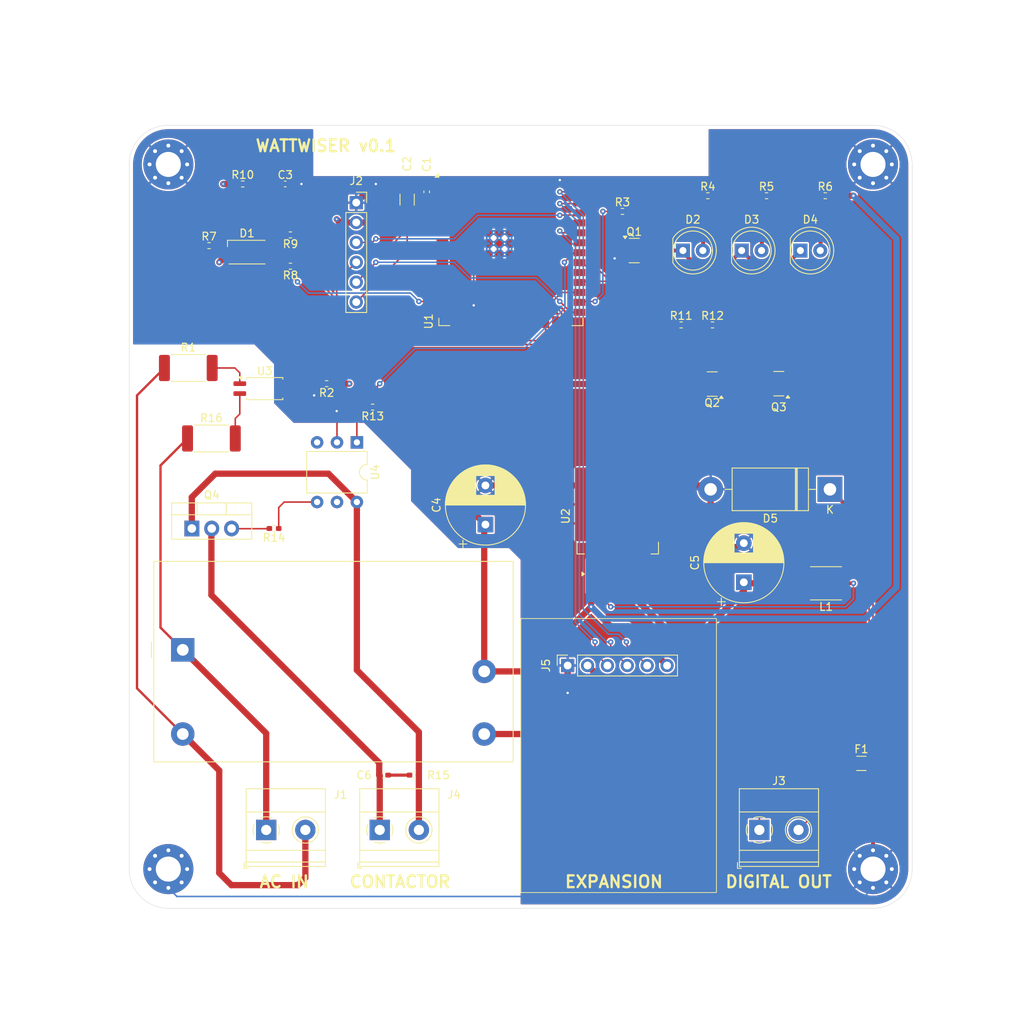
<source format=kicad_pcb>
(kicad_pcb (version 20240108) (generator "pcbnew") (generator_version "8.0")
  (layers (0 "F.Cu" signal) (1 "In1.Cu" signal) (2 "In2.Cu" signal) (31 "B.Cu" signal) (34 "B.Paste" user) (35 "F.Paste" user) (36 "B.SilkS" user "B.Silkscreen") (37 "F.SilkS" user "F.Silkscreen") (38 "B.Mask" user) (39 "F.Mask" user) (44 "Edge.Cuts" user))
  (net 0 "")
  (net 1 "GND")
  (net 2 "+3.3V")
  (net 3 "/EN")
  (net 4 "+5V")
  (net 5 "Net-(D1-RK)")
  (net 6 "Net-(D1-GK)")
  (net 7 "Net-(D1-BK)")
  (net 8 "Net-(D2-K)")
  (net 9 "Net-(D2-A)")
  (net 10 "Net-(D3-A)")
  (net 11 "Net-(D4-A)")
  (net 12 "Net-(D5-K)")
  (net 13 "NEUT")
  (net 14 "LINE")
  (net 15 "/RX")
  (net 16 "/TX")
  (net 17 "/IO0")
  (net 18 "Net-(Q1-B)")
  (net 19 "Net-(R1-Pad2)")
  (net 20 "/FREQ")
  (net 21 "/IR_LEDS")
  (net 22 "/LED_B")
  (net 23 "/LED_G")
  (net 24 "/LED_R")
  (net 25 "/DE{slash}RE")
  (net 28 "/UART RX")
  (net 29 "/UART TX")
  (net 32 "Net-(C6-Pad2)")
  (net 38 "Net-(J4-Pin_1)")
  (net 39 "Net-(J3-Pin_1)")
  (net 50 "Net-(J4-Pin_2)")
  (net 51 "Net-(Q2-B)")
  (net 52 "Net-(Q3-B)")
  (net 53 "Net-(Q4-G)")
  (net 54 "/OUT_5V")
  (net 55 "/OUT_CLOSE_SIGNAL")
  (net 56 "/OUT_CONTACTOR")
  (net 57 "Net-(R13-Pad2)")
  (net 58 "Net-(R14-Pad1)")
  (net 61 "Net-(J3-Pin_2)")
  (net 62 "Net-(R16-Pad2)")
  (footprint "Capacitor_SMD:C_1206_3216Metric_Pad1.33x1.80mm_HandSolder" (layer "F.Cu") (at 120.5 51.5 90)
    (property "Reference" "C2")
    (property "Value" "22uF")
  )
  (footprint "LED_THT:LED_D5.0mm" (layer "F.Cu") (at 155.725 58)
    (property "Reference" "D2")
    (property "Value" "LED")
  )
  (footprint "Resistor_SMD:R_0402_1005Metric_Pad0.72x0.64mm_HandSolder" (layer "F.Cu") (at 148 53)
    (property "Reference" "R3")
    (property "Value" "R470")
  )
  (footprint "Resistor_SMD:R_0402_1005Metric_Pad0.72x0.64mm_HandSolder" (layer "F.Cu") (at 121.4025 125 180)
    (property "Reference" "R15")
    (property "Value" "R100")
  )
  (footprint "TerminalBlock_Phoenix:TerminalBlock_Phoenix_MKDS-1,5-2_1x02_P5.00mm_Horizontal" (layer "F.Cu") (at 102.5 132)
    (property "Reference" "J1")
    (property "Value" "Screw_Terminal_01x02")
  )
  (footprint "RF_Module:ESP32-WROOM-32E" (layer "F.Cu") (at 133.75 54.64)
    (property "Reference" "U1")
    (property "Value" "ESP32-WROOM-32E")
  )
  (footprint "MountingHole:MountingHole_3.2mm_M3_Pad_Via" (layer "F.Cu") (at 90 47)
    (property "Reference" "H1" (hide yes))
    (property "Value" "Hole_Pad" (hide yes))
  )
  (footprint "Resistor_SMD:R_0402_1005Metric_Pad0.72x0.64mm_HandSolder" (layer "F.Cu") (at 105.5975 60 180)
    (property "Reference" "R8")
    (property "Value" "R1K")
  )
  (footprint "Capacitor_SMD:C_0402_1005Metric_Pad0.74x0.62mm_HandSolder" (layer "F.Cu") (at 104.9325 49.5)
    (property "Reference" "C3")
    (property "Value" "100nF")
  )
  (footprint "Package_TO_SOT_SMD:SOT-23" (layer "F.Cu") (at 149.5 58)
    (property "Reference" "Q1")
    (property "Value" "MMBT2222A")
  )
  (footprint "Connector_PinSocket_2.54mm:PinSocket_1x06_P2.54mm_Vertical" (layer "F.Cu") (at 141 111 90)
    (property "Reference" "J5")
    (property "Value" "Conn_01x06_Pin")
  )
  (footprint "Inductor_SMD:L_Abracon_ASPI-4030S" (layer "F.Cu") (at 174 100.5 180)
    (property "Reference" "L1")
    (property "Value" "22uH")
  )
  (footprint "Capacitor_THT:CP_Radial_D10.0mm_P5.00mm" (layer "F.Cu") (at 130.5 93 90)
    (property "Reference" "C4")
    (property "Value" "220uF")
  )
  (footprint "Resistor_SMD:R_0402_1005Metric_Pad0.72x0.64mm_HandSolder" (layer "F.Cu") (at 155.5 67.5)
    (property "Reference" "R11")
    (property "Value" "R1K")
  )
  (footprint "Fuse:Fuse_1206_3216Metric_Pad1.42x1.75mm_HandSolder" (layer "F.Cu") (at 178.5125 123.5)
    (property "Reference" "F1")
    (property "Value" "100mA")
  )
  (footprint "Diode_THT:D_DO-201AD_P15.24mm_Horizontal" (layer "F.Cu") (at 174.5 88.5 180)
    (property "Reference" "D5")
    (property "Value" "1N5822")
  )
  (footprint "Resistor_SMD:R_0402_1005Metric_Pad0.72x0.64mm_HandSolder" (layer "F.Cu") (at 105.5975 56 180)
    (property "Reference" "R9")
    (property "Value" "R1K")
  )
  (footprint "Resistor_SMD:R_0402_1005Metric_Pad0.72x0.64mm_HandSolder" (layer "F.Cu") (at 103.5 93.5 180)
    (property "Reference" "R14")
    (property "Value" "R330")
  )
  (footprint "Resistor_SMD:R_0402_1005Metric_Pad0.72x0.64mm_HandSolder" (layer "F.Cu") (at 110.2225 75 180)
    (property "Reference" "R2")
    (property "Value" "R10K")
  )
  (footprint "Resistor_SMD:R_2512_6332Metric_Pad1.40x3.35mm_HandSolder" (layer "F.Cu") (at 95.5 82)
    (property "Reference" "R16")
    (property "Value" "R16K")
  )
  (footprint "Resistor_SMD:R_0402_1005Metric_Pad0.72x0.64mm_HandSolder" (layer "F.Cu") (at 159.5 67.5)
    (property "Reference" "R12")
    (property "Value" "R1K")
  )
  (footprint "Capacitor_SMD:C_0402_1005Metric_Pad0.74x0.62mm_HandSolder" (layer "F.Cu") (at 117.5 125)
    (property "Reference" "C6")
    (property "Value" "10nF")
  )
  (footprint "Resistor_SMD:R_0402_1005Metric_Pad0.72x0.64mm_HandSolder" (layer "F.Cu") (at 116.0975 78 180)
    (property "Reference" "R13")
    (property "Value" "R100")
  )
  (footprint "LED_SMD:LED_RGB_Wuerth-PLCC4_3.2x2.8mm_150141M173100" (layer "F.Cu") (at 100.05 58.2)
    (property "Reference" "D1")
    (property "Value" "LED_RGBA")
  )
  (footprint "Resistor_SMD:R_0402_1005Metric_Pad0.72x0.64mm_HandSolder" (layer "F.Cu") (at 173.9025 51)
    (property "Reference" "R6")
    (property "Value" "R220")
  )
  (footprint "MountingHole:MountingHole_3.2mm_M3_Pad_Via" (layer "F.Cu") (at 180 47)
    (property "Reference" "H2" (hide yes))
    (property "Value" "Hole_Pad" (hide yes))
  )
  (footprint "MountingHole:MountingHole_3.2mm_M3_Pad_Via" (layer "F.Cu") (at 90 137)
    (property "Reference" "H3" (hide yes))
    (property "Value" "Hole_Pad" (hide yes))
  )
  (footprint "Resistor_SMD:R_0402_1005Metric_Pad0.72x0.64mm_HandSolder" (layer "F.Cu") (at 166.4025 51)
    (property "Reference" "R5")
    (property "Value" "R220")
  )
  (footprint "Resistor_SMD:R_0402_1005Metric_Pad0.72x0.64mm_HandSolder" (layer "F.Cu") (at 99.5 49.5)
    (property "Reference" "R10")
    (property "Value" "R10K")
  )
  (footprint "Capacitor_SMD:C_0402_1005Metric_Pad0.74x0.62mm_HandSolder" (layer "F.Cu") (at 123 50.5 90)
    (property "Reference" "C1")
    (property "Value" "100nF")
  )
  (footprint "TerminalBlock_Phoenix:TerminalBlock_Phoenix_MKDS-1,5-2_1x02_P5.00mm_Horizontal" (layer "F.Cu") (at 117 132)
    (property "Reference" "J4")
    (property "Value" "Screw_Terminal_01x02")
  )
  (footprint "Connector_PinSocket_2.54mm:PinSocket_1x06_P2.54mm_Vertical" (layer "F.Cu") (at 114 51.88)
    (property "Reference" "J2")
    (property "Value" "Conn_01x06_Pin")
  )
  (footprint "Resistor_SMD:R_0402_1005Metric_Pad0.72x0.64mm_HandSolder" (layer "F.Cu") (at 158.9025 51)
    (property "Reference" "R4")
    (property "Value" "R220")
  )
  (footprint "Capacitor_THT:CP_Radial_D10.0mm_P5.00mm" (layer "F.Cu") (at 163.5 100.367677 90)
    (property "Reference" "C5")
    (property "Value" "330uF")
  )
  (footprint "MountingHole:MountingHole_3.2mm_M3_Pad_Via" (layer "F.Cu") (at 180 137)
    (property "Reference" "H4" (hide yes))
    (property "Value" "Hole_Pad" (hide yes))
  )
  (footprint "Package_TO_SOT_SMD:SOT-23" (layer "F.Cu") (at 167.965 75 180)
    (property "Reference" "Q3")
    (property "Value" "MMBT3904")
  )
  (footprint "Package_TO_SOT_SMD:SOT-23" (layer "F.Cu") (at 159.465 75.05 180)
    (property "Reference" "Q2")
    (property "Value" "MMBT3904")
  )
  (footprint "Package_SO:SOP-4_4.4x2.6mm_P1.27mm" (layer "F.Cu") (at 102.3125 75.635)
    (property "Reference" "U3")
    (property "Value" "ACPL-214-500E")
  )
  (footprint "Converter_ACDC:Converter_ACDC_MeanWell_IRM-05-xx_THT" (layer "F.Cu") (at 91.8425 109)
    (property "Reference" "PS1" (hide yes))
    (property "Value" "IRM-05-5")
  )
  (footprint "Resistor_SMD:R_0402_1005Metric_Pad0.72x0.64mm_HandSolder" (layer "F.Cu") (at 95.2 57.375)
    (property "Reference" "R7")
    (property "Value" "R1K")
  )
  (footprint "TerminalBlock_Phoenix:TerminalBlock_Phoenix_MKDS-1,5-2_1x02_P5.00mm_Horizontal" (layer "F.Cu") (at 165.4875 132)
    (property "Reference" "J3")
    (property "Value" "Screw_Terminal_01x02")
  )
  (footprint "Package_DIP:DIP-6_W7.62mm" (layer "F.Cu") (at 114.08 82.5 -90)
    (property "Reference" "U4")
    (property "Value" "MOC3021M")
  )
  (footprint "LED_THT:LED_D5.0mm" (layer "F.Cu") (at 170.725 58)
    (property "Reference" "D4")
    (property "Value" "LED")
  )
  (footprint "Package_TO_SOT_SMD:TO-263-5_TabPin3" (layer "F.Cu") (at 147.4 91.925 90)
    (property "Reference" "U2")
    (property "Value" "LM2596S-3.3")
  )
  (footprint "LED_THT:LED_D5.0mm" (layer "F.Cu") (at 163.225 58)
    (property "Reference" "D3")
    (property "Value" "LED")
  )
  (footprint "Resistor_SMD:R_2512_6332Metric_Pad1.40x3.35mm_HandSolder" (layer "F.Cu") (at 92.55 73)
    (property "Reference" "R1")
    (property "Value" "R16K")
  )
  (footprint "Package_TO_SOT_THT:TO-220-3_Vertical" (layer "F.Cu") (at 93 93.5)
    (property "Reference" "Q4")
    (property "Value" "BT136-500")
  )
  (gr_rect (start 135 105) (end 160 140) (stroke (width 0.1)) (fill none) (layer "F.SilkS"))
  (gr_line (start 85 137) (end 85 47) (stroke (width 0.05)) (layer "Edge.Cuts"))
  (gr_arc (start 185 137) (mid 183.535534 140.535534) (end 180 142) (stroke (width 0.05)) (layer "Edge.Cuts"))
  (gr_line (start 185 47) (end 185 137) (stroke (width 0.05)) (layer "Edge.Cuts"))
  (gr_line (start 180 142) (end 90 142) (stroke (width 0.05)) (layer "Edge.Cuts"))
  (gr_arc (start 90 142) (mid 86.464466 140.535534) (end 85 137) (stroke (width 0.05)) (layer "Edge.Cuts"))
  (gr_arc (start 180 42) (mid 183.535534 43.464466) (end 185 47) (stroke (width 0.05)) (layer "Edge.Cuts"))
  (gr_line (start 90 42) (end 180 42) (stroke (width 0.05)) (layer "Edge.Cuts"))
  (gr_arc (start 85 47) (mid 86.464466 43.464466) (end 90 42) (stroke (width 0.05)) (layer "Edge.Cuts"))
  (gr_text "EXPANSION\n" (at 140.5 139.5 0) (layer "F.SilkS") (effects (font (size 1.5 1.5) (thickness 0.3) (bold yes)) (justify left bottom)))
  (gr_text "WATTWISER v0.1" (at 101 45.5 0) (layer "F.SilkS") (effects (font (size 1.5 1.5) (thickness 0.3) (bold yes)) (justify left bottom)))
  (gr_text "DIGITAL OUT" (at 161 139.5 0) (layer "F.SilkS") (effects (font (size 1.5 1.5) (thickness 0.3) (bold yes)) (justify left bottom)))
  (gr_text "AC IN" (at 101.5 139.5 0) (layer "F.SilkS") (effects (font (size 1.5 1.5) (thickness 0.3) (bold yes)) (justify left bottom)))
  (gr_text "CONTACTOR" (at 113 139.5 0) (layer "F.SilkS") (effects (font (size 1.5 1.5) (thickness 0.3) (bold yes)) (justify left bottom)))
  (segment (start 141 111) (end 141 114.5) (width 0.8) (layer "F.Cu") (net 1))
  (segment (start 154.507323 95.867677) (end 150.8 99.575) (width 0.8) (layer "F.Cu") (net 1))
  (segment (start 120.0625 49.5) (end 116.5 49.5) (width 0.8) (layer "F.Cu") (net 1))
  (segment (start 159.26 88.5) (end 159.26 93.24) (width 0.8) (layer "F.Cu") (net 1))
  (segment (start 158.5 88) (end 150.175 88) (width 0.8) (layer "F.Cu") (net 1))
  (segment (start 111.54 78.54) (end 111.5 78.5) (width 0.2) (layer "F.Cu") (net 1))
  (segment (start 123 49.9325) (end 123.5525 49.38) (width 0.8) (layer "F.Cu") (net 1))
  (segment (start 120.5 49.9375) (end 120.0625 49.5) (width 0.8) (layer "F.Cu") (net 1))
  (segment (start 149.525 96) (end 150.8 97.275) (width 0.8) (layer "F.Cu") (net 1))
  (segment (start 120.505 49.9325) (end 120.5 49.9375) (width 0.8) (layer "F.Cu") (net 1))
  (segment (start 116.5 49.5) (end 116.38 49.5) (width 0.8) (layer "F.Cu") (net 1))
  (segment (start 111.54 82.5) (end 111.54 78.54) (width 0.2) (layer "F.Cu") (net 1))
  (segment (start 150.8 97.275) (end 150.8 99.575) (width 0.8) (layer "F.Cu") (net 1))
  (segment (start 159.26 93.24) (end 156.632323 95.867677) (width 0.8) (layer "F.Cu") (net 1))
  (segment (start 147.4 99.575) (end 147.4 97.1) (width 0.8) (layer "F.Cu") (net 1))
  (segment (start 135.75 119.75) (end 141 114.5) (width 0.8) (layer "F.Cu") (net 1))
  (segment (start 130.3425 119.75) (end 135.75 119.75) (width 0.8) (layer "F.Cu") (net 1))
  (segment (start 130.5 88) (end 144.625 88) (width 0.8) (layer "F.Cu") (net 1))
  (segment (start 156.632323 95.867677) (end 154.507323 95.867677) (width 0.8) (layer "F.Cu") (net 1))
  (segment (start 148.5625 58.95) (end 147.05 58.95) (width 0.2) (layer "F.Cu") (net 1))
  (segment (start 159.26 88.5) (end 159 88.5) (width 0.8) (layer "F.Cu") (net 1))
  (segment (start 163 95.867677) (end 156.632323 95.867677) (width 0.8) (layer "F.Cu") (net 1))
  (segment (start 116.38 49.5) (end 114 51.88) (width 0.8) (layer "F.Cu") (net 1))
  (segment (start 147.4 97.1) (end 148.5 96) (width 0.8) (layer "F.Cu") (net 1))
  (segment (start 140.38 49.38) (end 140 49) (width 0.2) (layer "F.Cu") (net 1))
  (segment (start 123.5525 49.38) (end 125 49.38) (width 0.8) (layer "F.Cu") (net 1))
  (segment (start 108.395 76.27) (end 108.625 76.5) (width 0.2) (layer "F.Cu") (net 1))
  (segment (start 180 123.5) (end 180 134.6) (width 0.5) (layer "F.Cu") (net 1))
  (segment (start 105.5 76.27) (end 108.395 76.27) (width 0.2) (layer "F.Cu") (net 1))
  (segment (start 128.035 67.14) (end 128.035 65.965) (width 0.2) (layer "F.Cu") (net 1))
  (segment (start 105.5 49.5) (end 107 49.5) (width 0.2) (layer "F.Cu") (net 1))
  (segment (start 147.05 58.95) (end 147 59) (width 0.2) (layer "F.Cu") (net 1))
  (segment (start 159 88.5) (end 158.5 88) (width 0.8) (layer "F.Cu") (net 1))
  (segment (start 128.035 65.965) (end 129 65) (width 0.2) (layer "F.Cu") (net 1))
  (segment (start 163.5 95.367677) (end 163 95.867677) (width 0.8) (layer "F.Cu") (net 1))
  (segment (start 148.5 96) (end 149.525 96) (width 0.8) (layer "F.Cu") (net 1))
  (segment (start 123 49.9325) (end 120.505 49.9325) (width 0.8) (layer "F.Cu") (net 1))
  (segment (start 142.5 49.38) (end 140.38 49.38) (width 0.2) (layer "F.Cu") (net 1))
  (via (at 129 65) (size 0.7) (drill 0.3) (layers "F.Cu" "B.Cu") (net 1))
  (via (at 108.625 76.5) (size 0.7) (drill 0.3) (layers "F.Cu" "B.Cu") (net 1))
  (via (at 141 114.5) (size 0.7) (drill 0.3) (layers "F.Cu" "B.Cu") (net 1))
  (via (at 116.5 49.5) (size 0.7) (drill 0.3) (layers "F.Cu" "B.Cu") (net 1))
  (via (at 107 49.5) (size 0.7) (drill 0.3) (layers "F.Cu" "B.Cu") (net 1))
  (via (at 111.5 78.5) (size 0.7) (drill 0.3) (layers "F.Cu" "B.Cu") (net 1))
  (via (at 147 59) (size 0.7) (drill 0.3) (layers "F.Cu" "B.Cu") (net 1))
  (via (at 140 49) (size 0.7) (drill 0.3) (layers "F.Cu" "B.Cu") (net 1))
  (segment (start 91.1 140.5) (end 90 139.4) (width 0.2) (layer "B.Cu") (net 1))
  (segment (start 178.9 140.5) (end 91.1 140.5) (width 0.2) (layer "B.Cu") (net 1))
  (segment (start 180 139.4) (end 178.9 140.5) (width 0.2) (layer "B.Cu") (net 1))
  (segment (start 125 50.65) (end 123.863448 50.65) (width 0.8) (layer "F.Cu") (net 2))
  (segment (start 163.5 100.367677) (end 163.5 100.867677) (width 0.8) (layer "F.Cu") (net 2))
  (segment (start 114 54.42) (end 111.92 54.42) (width 0.8) (layer "F.Cu") (net 2))
  (segment (start 98.9025 49.5) (end 97 49.5) (width 0.8) (layer "F.Cu") (net 2))
  (segment (start 116.58 54.42) (end 117.9375 53.0625) (width 0.8) (layer "F.Cu") (net 2))
  (segment (start 149.1 101.875) (end 155.725 108.5) (width 0.8) (layer "F.Cu") (net 2))
  (segment (start 156.5 115) (end 147.54 115) (width 0.8) (layer "F.Cu") (net 2))
  (segment (start 149.1 99.575) (end 149.1 101.875) (width 0.8) (layer "F.Cu") (net 2))
  (segment (start 98.5 58.9) (end 97.1 58.9) (width 0.8) (layer "F.Cu") (net 2))
  (segment (start 157.5 109.5) (end 157.5 114) (width 0.8) (layer "F.Cu") (net 2))
  (segment (start 163.632323 100.5) (end 163.5 100.367677) (width 0.8) (layer "F.Cu") (net 2))
  (segment (start 110.82 75) (end 113.125 75) (width 0.8) (layer "F.Cu") (net 2))
  (segment (start 114 54.42) (end 116.58 54.42) (width 0.8) (layer "F.Cu") (net 2))
  (segment (start 157.5 114) (end 156.5 115) (width 0.8) (layer "F.Cu") (net 2))
  (segment (start 123 51.0675) (end 122.495 51.0675) (width 0.8) (layer "F.Cu") (net 2))
  (segment (start 163.5 101.5) (end 163.5 100.867677) (width 0.8) (layer "F.Cu") (net 2))
  (segment (start 97.1 58.9) (end 96.5 59.5) (width 0.8) (layer "F.Cu") (net 2))
  (segment (start 123.863448 50.65) (end 123.445948 51.0675) (width 0.8) (layer "F.Cu") (net 2))
  (segment (start 147.54 115) (end 143.54 111) (width 0.8) (layer "F.Cu") (net 2))
  (segment (start 156.5 108.5) (end 157.5 109.5) (width 0.8) (layer "F.Cu") (net 2))
  (segment (start 122.495 51.0675) (end 120.5 53.0625) (width 0.8) (layer "F.Cu") (net 2))
  (segment (start 156.5 108.5) (end 163.5 101.5) (width 0.8) (layer "F.Cu") (net 2))
  (segment (start 111.92 54.42) (end 111.5 54) (width 0.8) (layer "F.Cu") (net 2))
  (segment (start 155.725 108.5) (end 156.5 108.5) (width 0.8) (layer "F.Cu") (net 2))
  (segment (start 117.9375 53.0625) (end 120.5 53.0625) (width 0.8) (layer "F.Cu") (net 2))
  (segment (start 123.445948 51.0675) (end 123 51.0675) (width 0.8) (layer "F.Cu") (net 2))
  (segment (start 172.5 100.5) (end 163.632323 100.5) (width 0.8) (layer "F.Cu") (net 2))
  (via (at 97 49.5) (size 0.7) (drill 0.2) (layers "F.Cu" "B.Cu") (net 2))
  (via (at 96.5 59.5) (size 0.7) (drill 0.3) (layers "F.Cu" "B.Cu") (net 2))
  (via (at 111.5 54) (size 0.7) (drill 0.2) (layers "F.Cu" "B.Cu") (net 2))
  (via (at 113.125 75) (size 0.7) (drill 0.3) (layers "F.Cu" "B.Cu") (net 2))
  (segment (start 123.9 51.92) (end 120.5 55.32) (width 0.2) (layer "F.Cu") (net 3))
  (segment (start 114 64.58) (end 120.5 58.08) (width 0.2) (layer "F.Cu") (net 3))
  (segment (start 113.215 58.35) (end 104.365 49.5) (width 0.2) (layer "F.Cu") (net 3))
  (segment (start 117.47 58.35) (end 113.215 58.35) (width 0.2) (layer "F.Cu") (net 3))
  (segment (start 125 51.92) (end 123.9 51.92) (width 0.2) (layer "F.Cu") (net 3))
  (segment (start 117.47 58.35) (end 120.5 55.32) (width 0.2) (layer "F.Cu") (net 3))
  (segment (start 120.5 58.08) (end 120.5 55.32) (width 0.2) (layer "F.Cu") (net 3))
  (segment (start 100.0975 49.5) (end 104.365 49.5) (width 0.2) (layer "F.Cu") (net 3))
  (segment (start 128 84) (end 128 90.5) (width 0.8) (layer "F.Cu") (net 4))
  (segment (start 144 99.575) (end 144 103.5) (width 0.8) (layer "F.Cu") (net 4))
  (segment (start 167 50.616842) (end 165.883158 49.5) (width 0.8) (layer "F.Cu") (net 4))
  (segment (start 130.3425 111.75) (end 130.3425 93.1575) (width 0.8) (layer "F.Cu") (net 4))
  (segment (start 165.883158 49.5) (end 161 49.5) (width 0.8) (layer "F.Cu") (net 4))
  (segment (start 135.75 111.75) (end 130.3425 111.75) (width 0.8) (layer "F.Cu") (net 4))
  (segment (start 168.5 49.5) (end 167 51) (width 0.8) (layer "F.Cu") (net 4))
  (segment (start 130.3425 93.1575) (end 130.5 93) (width 0.8) (layer "F.Cu") (net 4))
  (segment (start 144 103.5) (end 146.5 106) (width 0.8) (layer "F.Cu") (net 4))
  (segment (start 167 51) (end 167 50.616842) (width 0.8) (layer "F.Cu") (net 4))
  (segment (start 158.5275 75.05) (end 136.95 75.05) (width 0.8) (layer "F.Cu") (net 4))
  (segment (start 177.5 51) (end 174.5 51) (width 0.8) (layer "F.Cu") (net 4))
  (segment (start 146.5 106) (end 148.7 106) (width 0.8) (layer "F.Cu") (net 4))
  (segment (start 136.95 75.05) (end 128 84) (width 0.8) (layer "F.Cu") (net 4))
  (segment (start 128 90.5) (end 130.5 93) (width 0.8) (layer "F.Cu") (net 4))
  (segment (start 161 49.5) (end 159.5 51) (width 0.8) (layer "F.Cu") (net 4))
  (segment (start 144 103.5) (end 135.75 111.75) (width 0.8) (layer "F.Cu") (net 4))
  (segment (start 173.383158 49.5) (end 168.5 49.5) (width 0.8) (layer "F.Cu") (net 4))
  (segment (start 148.7 106) (end 153.7 111) (width 0.8) (layer "F.Cu") (net 4))
  (segment (start 174.5 51) (end 174.5 50.616842) (width 0.8) (layer "F.Cu") (net 4))
  (segment (start 174.5 50.616842) (end 173.383158 49.5) (width 0.8) (layer "F.Cu") (net 4))
  (via (at 177.5 51) (size 0.7) (drill 0.3) (layers "F.Cu" "B.Cu") (net 4))
  (via (at 144 103.5) (size 0.7) (drill 0.3) (layers "F.Cu" "B.Cu") (net 4))
  (segment (start 183 101) (end 183 56.5) (width 0.8) (layer "B.Cu") (net 4))
  (segment (start 179 105) (end 183 101) (width 0.8) (layer "B.Cu") (net 4))
  (segment (start 145.5 105) (end 179 105) (width 0.8) (layer "B.Cu") (net 4))
  (segment (start 144 103.5) (end 145.5 105) (width 0.8) (layer "B.Cu") (net 4))
  (segment (start 183 56.5) (end 177.5 51) (width 0.8) (layer "B.Cu") (net 4))
  (segment (start 101.6 57.5) (end 103.5 57.5) (width 0.2) (layer "F.Cu") (net 5))
  (segment (start 103.5 57.5) (end 105 56) (width 0.2) (layer "F.Cu") (net 5))
  (segment (start 103.9 58.9) (end 105 60) (width 0.2) (layer "F.Cu") (net 6))
  (segment (start 101.6 58.9) (end 103.9 58.9) (width 0.2) (layer "F.Cu") (net 6))
  (segment (start 98.5 57.5) (end 98 57.5) (width 0.2) (layer "F.Cu") (net 7))
  (segment (start 98 57.5) (end 97.875 57.375) (width 0.2) (layer "F.Cu") (net 7))
  (segment (start 97.875 57.375) (end 95.7975 57.375) (width 0.2) (layer "F.Cu") (net 7))
  (segment (start 155.725 58) (end 155.725 58.225) (width 0.5) (layer "F.Cu") (net 8))
  (segment (start 155.725 58.225) (end 157.5 60) (width 0.5) (layer "F.Cu") (net 8))
  (segment (start 157.5 60) (end 161.225 60) (width 0.5) (layer "F.Cu") (net 8))
  (segment (start 163.225 58) (end 165.225 60) (width 0.5) (layer "F.Cu") (net 8))
  (segment (start 150.4375 58) (end 155.725 58) (width 0.5) (layer "F.Cu") (net 8))
  (segment (start 161.225 60) (end 163.225 58) (width 0.5) (layer "F.Cu") (net 8))
  (segment (start 168.725 60) (end 170.725 58) (width 0.5) (layer "F.Cu") (net 8))
  (segment (start 165.225 60) (end 168.725 60) (width 0.5) (layer "F.Cu") (net 8))
  (segment (start 158.305 51) (end 158.305 57.96) (width 0.5) (layer "F.Cu") (net 9))
  (segment (start 158.305 57.96) (end 158.265 58) (width 0.2) (layer "F.Cu") (net 9))
  (segment (start 165.805 57.96) (end 165.765 58) (width 0.2) (layer "F.Cu") (net 10))
  (segment (start 165.805 51) (end 165.805 57.96) (width 0.5) (layer "F.Cu") (net 10))
  (segment (start 173.305 57.96) (end 173.265 58) (width 0.2) (layer "F.Cu") (net 11))
  (segment (start 173.305 51) (end 173.305 57.96) (width 0.5) (layer "F.Cu") (net 11))
  (segment (start 177.5 91.5) (end 174.5 88.5) (width 0.5) (layer "F.Cu") (net 12))
  (segment (start 177.5 98.5) (end 177.5 91.5) (width 0.5) (layer "F.Cu") (net 12))
  (segment (start 175.5 100.5) (end 177.5 98.5) (width 0.5) (layer "F.Cu") (net 12))
  (segment (start 175.5 100.5) (end 177.5 100.5) (width 0.5) (layer "F.Cu") (net 12))
  (segment (start 145.7 102.7) (end 146.5 103.5) (width 0.2) (layer "F.Cu") (net 12))
  (segment (start 145.7 99.575) (end 145.7 102.7) (width 0.2) (layer "F.Cu") (net 12))
  (via (at 177.5 100.5) (size 0.7) (drill 0.3) (layers "F.Cu" "B.Cu") (net 12))
  (via (at 146.5 103.5) (size 0.7) (drill 0.3) (layers "F.Cu" "B.Cu") (net 12))
  (segment (start 177.5 100.5) (end 177.5 102.5) (width 0.2) (layer "B.Cu") (net 12))
  (segment (start 176.5 103.5) (end 146.5 103.5) (width 0.2) (layer "B.Cu") (net 12))
  (segment (start 177.5 102.5) (end 176.5 103.5) (width 0.2) (layer "B.Cu") (net 12))
  (segment (start 89 85.45) (end 92.45 82) (width 0.3) (layer "F.Cu") (net 13))
  (segment (start 91.8425 109) (end 89 106.1575) (width 0.3) (layer "F.Cu") (net 13))
  (segment (start 91.8425 109) (end 102.5 119.6575) (width 0.8) (layer "F.Cu") (net 13))
  (segment (start 89 106.1575) (end 89 85.45) (width 0.3) (layer "F.Cu") (net 13))
  (segment (start 102.5 119.6575) (end 102.5 132) (width 0.8) (layer "F.Cu") (net 13))
  (segment (start 107.5 132) (end 107.5 138.1) (width 0.8) (layer "F.Cu") (net 14))
  (segment (start 86 76.5) (end 89.5 73) (width 0.3) (layer "F.Cu") (net 14))
  (segment (start 91.8425 119.75) (end 86 113.9075) (width 0.3) (layer "F.Cu") (net 14))
  (segment (start 106.55 139.05) (end 98.05 139.05) (width 0.8) (layer "F.Cu") (net 14))
  (segment (start 98.05 139.05) (end 96.5 137.5) (width 0.8) (layer "F.Cu") (net 14))
  (segment (start 96.5 124.4075) (end 91.8425 119.75) (width 0.8) (layer "F.Cu") (net 14))
  (segment (start 86 113.9075) (end 86 76.5) (width 0.3) (layer "F.Cu") (net 14))
  (segment (start 107.5 138.1) (end 106.55 139.05) (width 0.8) (layer "F.Cu") (net 14))
  (segment (start 96.5 137.5) (end 96.5 124.4075) (width 0.8) (layer "F.Cu") (net 14))
  (segment (start 130.19 54.31) (end 142.35 54.31) (width 0.2) (layer "F.Cu") (net 15))
  (segment (start 142.5 54.46) (end 142.5 54.83) (width 0.2) (layer "F.Cu") (net 15))
  (segment (start 111.5 62) (end 111.5 63.706346) (width 0.2) (layer "F.Cu") (net 15))
  (segment (start 129 55.5) (end 130.19 54.31) (width 0.2) (layer "F.Cu") (net 15))
  (segment (start 129 64.02) (end 129 55.5) (width 0.2) (layer "F.Cu") (net 15))
  (segment (start 115.293654 67.5) (end 125.52 67.5) (width 0.2) (layer "F.Cu") (net 15))
  (segment (start 125.52 67.5) (end 129 64.02) (width 0.2) (layer "F.Cu") (net 15))
  (segment (start 111.5 63.706346) (end 115.293654 67.5) (width 0.2) (layer "F.Cu") (net 15))
  (segment (start 142.35 54.31) (end 142.5 54.46) (width 0.2) (layer "F.Cu") (net 15))
  (segment (start 114 59.5) (end 111.5 62) (width 0.2) (layer "F.Cu") (net 15))
  (segment (start 142.5 53.19) (end 142.22 53.47) (width 0.2) (layer "F.Cu") (net 16))
  (segment (start 114 56.96) (end 116.04 56.96) (width 0.2) (layer "F.Cu") (net 16))
  (segment (start 116.04 56.96) (end 116.5 56.5) (width 0.2) (layer "F.Cu") (net 16))
  (segment (start 142.22 53.47) (end 140 53.47) (width 0.2) (layer "F.Cu") (net 16))
  (via (at 116.5 56.5) (size 0.7) (drill 0.3) (layers "F.Cu" "B.Cu") (net 16))
  (via (at 140 53.5) (size 0.7) (drill 0.3) (layers "F.Cu" "B.Cu") (net 16))
  (segment (start 126.5 56.5) (end 116.5 56.5) (width 0.2) (layer "B.Cu") (net 16))
  (segment (start 140 53.5) (end 129.5 53.5) (width 0.2) (layer "B.Cu") (net 16))
  (segment (start 129.5 53.5) (end 126.5 56.5) (width 0.2) (layer "B.Cu") (net 16))
  (segment (start 116.5 59.54) (end 116.5 59.5) (width 0.2) (layer "F.Cu") (net 17))
  (segment (start 114 62.04) (end 116.5 59.54) (width 0.2) (layer "F.Cu") (net 17))
  (segment (start 142.5 65.89) (end 141.39 65.89) (width 0.2) (layer "F.Cu") (net 17))
  (segment (start 141.39 65.89) (end 140 64.5) (width 0.2) (layer "F.Cu") (net 17))
  (via (at 140 64.5) (size 0.7) (drill 0.3) (layers "F.Cu" "B.Cu") (net 17))
  (via (at 116.5 59.5) (size 0.7) (drill 0.3) (layers "F.Cu" "B.Cu") (net 17))
  (segment (start 128.5 61.5) (end 126.5 59.5) (width 0.2) (layer "B.Cu") (net 17))
  (segment (start 140 64.5) (end 137 61.5) (width 0.2) (layer "B.Cu") (net 17))
  (segment (start 137 61.5) (end 128.5 61.5) (width 0.2) (layer "B.Cu") (net 17))
  (segment (start 126.5 59.5) (end 116.5 59.5) (width 0.2) (layer "B.Cu") (net 17))
  (segment (start 148.5975 57.015) (end 148.5625 57.05) (width 0.2) (layer "F.Cu") (net 18))
  (segment (start 148.5975 53) (end 148.5975 57.015) (width 0.2) (layer "F.Cu") (net 18))
  (segment (start 98.5 73) (end 99.125 73.625) (width 0.2) (layer "F.Cu") (net 19))
  (segment (start 95.6 73) (end 98.5 73) (width 0.2) (layer "F.Cu") (net 19))
  (segment (start 99.125 73.625) (end 99.125 75) (width 0.2) (layer "F.Cu") (net 19))
  (segment (start 139.28 65) (end 139.28 64.300761) (width 0.2) (layer "F.Cu") (net 20))
  (segment (start 105.5 75) (end 109.625 75) (width 0.2) (layer "F.Cu") (net 20))
  (segment (start 139.28 64.300761) (end 140.230761 63.35) (width 0.2) (layer "F.Cu") (net 20))
  (segment (start 114.625 70) (end 139 70) (width 0.2) (layer "F.Cu") (net 20))
  (segment (start 140.22 68.78) (end 140.22 65.94) (width 0.2) (layer "F.Cu") (net 20))
  (segment (start 139 70) (end 140.22 68.78) (width 0.2) (layer "F.Cu") (net 20))
  (segment (start 109.625 75) (end 114.625 70) (width 0.2) (layer "F.Cu") (net 20))
  (segment (start 140.230761 63.35) (end 142.5 63.35) (width 0.2) (layer "F.Cu") (net 20))
  (segment (start 140.22 65.94) (end 139.28 65) (width 0.2) (layer "F.Cu") (net 20))
  (segment (start 142.5 64.99) (end 142.99 64.5) (width 0.2) (layer "F.Cu") (net 21))
  (segment (start 142.99 64.5) (end 144.5 64.5) (width 0.2) (layer "F.Cu") (net 21))
  (segment (start 147.4025 53) (end 145.5 53) (width 0.2) (layer "F.Cu") (net 21))
  (via (at 144.5 64.5) (size 0.7) (drill 0.3) (layers "F.Cu" "B.Cu") (net 21))
  (via (at 145.5 53) (size 0.7) (drill 0.3) (layers "F.Cu" "B.Cu") (net 21))
  (segment (start 145.5 53) (end 145.5 63.5) (width 0.2) (layer "B.Cu") (net 21))
  (segment (start 145.5 63.5) (end 144.5 64.5) (width 0.2) (layer "B.Cu") (net 21))
  (segment (start 94.6025 57.375) (end 94.6025 61.1025) (width 0.2) (layer "F.Cu") (net 22))
  (segment (start 138.195 68.305) (end 138.195 67.14) (width 0.2) (layer "F.Cu") (net 22))
  (segment (start 137 69.5) (end 138.195 68.305) (width 0.2) (layer "F.Cu") (net 22))
  (segment (start 103 69.5) (end 137 69.5) (width 0.2) (layer "F.Cu") (net 22))
  (segment (start 94.6025 61.1025) (end 103 69.5) (width 0.2) (layer "F.Cu") (net 22))
  (segment (start 125 64.62) (end 124.88 64.5) (width 0.2) (layer "F.Cu") (net 23))
  (segment (start 106.195 60) (end 106.195 61.695) (width 0.2) (layer "F.Cu") (net 23))
  (segment (start 124.88 64.5) (end 122 64.5) (width 0.2) (layer "F.Cu") (net 23))
  (segment (start 106.195 61.695) (end 106.5 62) (width 0.2) (layer "F.Cu") (net 23))
  (via (at 122 64.5) (size 0.7) (drill 0.3) (layers "F.Cu" "B.Cu") (net 23))
  (via (at 106.5 62) (size 0.7) (drill 0.3) (layers "F.Cu" "B.Cu") (net 23))
  (segment (start 120.93 63.43) (end 107.93 63.43) (width 0.2) (layer "B.Cu") (net 23))
  (segment (start 107.93 63.43) (end 106.5 62) (width 0.2) (layer "B.Cu") (net 23))
  (segment (start 122 64.5) (end 120.93 63.43) (width 0.2) (layer "B.Cu") (net 23))
  (segment (start 129.305 67.945) (end 129.305 67.14) (width 0.2) (layer "F.Cu") (net 24))
  (segment (start 107.5 60.272032) (end 116.227968 69) (width 0.2) (layer "F.Cu") (net 24))
  (segment (start 116.227968 69) (end 128.25 69) (width 0.2) (layer "F.Cu") (net 24))
  (segment (start 106.195 56) (end 107.5 57.305) (width 0.2) (layer "F.Cu") (net 24))
  (segment (start 128.25 69) (end 129.305 67.945) (width 0.2) (layer "F.Cu") (net 24))
  (segment (start 107.5 57.305) (end 107.5 60.272032) (width 0.2) (layer "F.Cu") (net 24))
  (segment (start 148.5 108.34) (end 148.5 108) (width 0.2) (layer "F.Cu") (net 25))
  (segment (start 151.16 111) (end 148.5 108.34) (width 0.2) (layer "F.Cu") (net 25))
  (segment (start 142.5 50.65) (end 142.35 50.5) (width 0.2) (layer "F.Cu") (net 25))
  (segment (start 142.35 50.5) (end 140 50.5) (width 0.2) (layer "F.Cu") (net 25))
  (via (at 140 50.5) (size 0.7) (drill 0.3) (layers "F.Cu" "B.Cu") (net 25))
  (via (at 148.5 108) (size 0.7) (drill 0.3) (layers "F.Cu" "B.Cu") (net 25))
  (segment (start 143 53.5) (end 140 50.5) (width 0.2) (layer "B.Cu") (net 25))
  (segment (start 146.210168 107) (end 143 103.789832) (width 0.2) (layer "B.Cu") (net 25))
  (segment (start 143 103.789832) (end 143 53.5) (width 0.2) (layer "B.Cu") (net 25))
  (segment (start 147.5 107) (end 146.210168 107) (width 0.2) (layer "B.Cu") (net 25))
  (segment (start 148.5 108) (end 147.5 107) (width 0.2) (layer "B.Cu") (net 25))
  (segment (start 146.5 108.88) (end 146.5 108) (width 0.2) (layer "F.Cu") (net 28))
  (segment (start 142.5 51.92) (end 142.42 52) (width 0.2) (layer "F.Cu") (net 28))
  (segment (start 148.62 111) (end 146.5 108.88) (width 0.2) (layer "F.Cu") (net 28))
  (segment (start 142.42 52) (end 140 52) (width 0.2) (layer "F.Cu") (net 28))
  (via (at 146.5 108) (size 0.7) (drill 0.3) (layers "F.Cu" "B.Cu") (net 28))
  (via (at 140 52) (size 0.7) (drill 0.3) (layers "F.Cu" "B.Cu") (net 28))
  (segment (start 146.5 108) (end 146 108) (width 0.2) (layer "B.Cu") (net 28))
  (segment (start 146 108) (end 142.5 104.5) (width 0.2) (layer "B.Cu") (net 28))
  (segment (start 142.5 54.5) (end 140 52) (width 0.2) (layer "B.Cu") (net 28))
  (segment (start 142.5 104.5) (end 142.5 54.5) (width 0.2) (layer "B.Cu") (net 28))
  (segment (start 140.23 55.73) (end 140 55.5) (width 0.2) (layer "F.Cu") (net 29))
  (segment (start 142.5 55.73) (end 140.23 55.73) (width 0.2) (layer "F.Cu") (net 29))
  (segment (start 144.5 109.42) (end 144.5 108) (width 0.2) (layer "F.Cu") (net 29))
  (segment (start 146.08 111) (end 144.5 109.42) (width 0.2) (layer "F.Cu") (net 29))
  (via (at 140 55.5) (size 0.7) (drill 0.3) (layers "F.Cu" "B.Cu") (net 29))
  (via (at 144.5 108) (size 0.7) (drill 0.3) (layers "F.Cu" "B.Cu") (net 29))
  (segment (start 144.5 108) (end 142 105.5) (width 0.2) (layer "B.Cu") (net 29))
  (segment (start 142 57.5) (end 140 55.5) (width 0.2) (layer "B.Cu") (net 29))
  (segment (start 142 105.5) (end 142 57.5) (width 0.2) (layer "B.Cu") (net 29))
  (segment (start 118 125) (end 120.805 125) (width 0.4) (layer "F.Cu") (net 32))
  (segment (start 116.9325 123.4325) (end 95.5 102) (width 0.8) (layer "F.Cu") (net 38))
  (segment (start 117 125.0675) (end 116.9325 125) (width 0.8) (layer "F.Cu") (net 38))
  (segment (start 117 132) (end 117 125.0675) (width 0.8) (layer "F.Cu") (net 38))
  (segment (start 95.5 93.54) (end 95.54 93.5) (width 0.8) (layer "F.Cu") (net 38))
  (segment (start 116.9325 125) (end 116.9325 123.4325) (width 0.8) (layer "F.Cu") (net 38))
  (segment (start 95.5 102) (end 95.5 93.54) (width 0.8) (layer "F.Cu") (net 38))
  (segment (start 161.3025 75) (end 160.4025 74.1) (width 0.2) (layer "F.Cu") (net 39))
  (segment (start 165.4875 132) (end 165.4875 127.0125) (width 0.2) (layer "F.Cu") (net 39))
  (segment (start 179.5 89) (end 179.5 113) (width 0.2) (layer "F.Cu") (net 39))
  (segment (start 167.0275 76.5275) (end 179.5 89) (width 0.2) (layer "F.Cu") (net 39))
  (segment (start 167.0275 75) (end 161.3025 75) (width 0.2) (layer "F.Cu") (net 39))
  (segment (start 165.4875 127.0125) (end 179.5 113) (width 0.2) (layer "F.Cu") (net 39))
  (segment (start 167.0275 75) (end 167.0275 76.5275) (width 0.2) (layer "F.Cu") (net 39))
  (segment (start 114.08 111.58) (end 114.08 90.12) (width 0.8) (layer "F.Cu") (net 50))
  (segment (start 114.08 90.12) (end 110.46 86.5) (width 0.8) (layer "F.Cu") (net 50))
  (segment (start 122 125) (end 122 119.5) (width 0.8) (layer "F.Cu") (net 50))
  (segment (start 93 89.5) (end 93 93.5) (width 0.8) (layer "F.Cu") (net 50))
  (segment (start 110.46 86.5) (end 96 86.5) (width 0.8) (layer "F.Cu") (net 50))
  (segment (start 122 119.5) (end 114.08 111.58) (width 0.8) (layer "F.Cu") (net 50))
  (segment (start 122 132) (end 122 125) (width 0.8) (layer "F.Cu") (net 50))
  (segment (start 96 86.5) (end 93 89.5) (width 0.8) (layer "F.Cu") (net 50))
  (segment (start 160.4025 75.546948) (end 156.0975 71.241948) (width 0.2) (layer "F.Cu") (net 51))
  (segment (start 156.0975 71.241948) (end 156.0975 67.5) (width 0.2) (layer "F.Cu") (net 51))
  (segment (start 160.4025 76) (end 160.4025 75.546948) (width 0.2) (layer "F.Cu") (net 51))
  (segment (start 168.9025 75.95) (end 168.9025 75.496948) (width 0.2) (layer "F.Cu") (net 52))
  (segment (start 160.905552 67.5) (end 160.0975 67.5) (width 0.2) (layer "F.Cu") (net 52))
  (segment (start 168.9025 75.496948) (end 160.905552 67.5) (width 0.2) (layer "F.Cu") (net 52))
  (segment (start 102.8775 93.525) (end 102.9025 93.5) (width 0.2) (layer "F.Cu") (net 53))
  (segment (start 98.105 93.525) (end 102.8775 93.525) (width 0.2) (layer "F.Cu") (net 53))
  (segment (start 98.08 93.5) (end 98.105 93.525) (width 0.2) (layer "F.Cu") (net 53))
  (segment (start 143.02 61.93) (end 142.5 62.45) (width 0.2) (layer "F.Cu") (net 54))
  (segment (start 149.3325 61.93) (end 143.02 61.93) (width 0.2) (layer "F.Cu") (net 54))
  (segment (start 154.9025 67.5) (end 149.3325 61.93) (width 0.2) (layer "F.Cu") (net 54))
  (segment (start 158.9025 67.5) (end 158.9025 67.180001) (width 0.2) (layer "F.Cu") (net 55))
  (segment (start 146 61.5) (end 144.41 59.91) (width 0.2) (layer "F.Cu") (net 55))
  (segment (start 144.41 59.91) (end 142.5 59.91) (width 0.2) (layer "F.Cu") (net 55))
  (segment (start 158.9025 67.5) (end 152.9025 61.5) (width 0.2) (layer "F.Cu") (net 55))
  (segment (start 152.9025 61.5) (end 146 61.5) (width 0.2) (layer "F.Cu") (net 55))
  (segment (start 140.59 59.5) (end 141.82 58.27) (width 0.2) (layer "F.Cu") (net 56))
  (segment (start 140.59 59.5) (end 140.59 59.5) (width 0.2) (layer "F.Cu") (net 56))
  (segment (start 116.695 75.305) (end 117 75) (width 0.2) (layer "F.Cu") (net 56))
  (segment (start 116.695 78) (end 116.695 75.305) (width 0.2) (layer "F.Cu") (net 56))
  (segment (start 141.82 58.27) (end 142.5 58.27) (width 0.2) (layer "F.Cu") (net 56))
  (via (at 117 75) (size 0.7) (drill 0.3) (layers "F.Cu" "B.Cu") (net 56))
  (via (at 140.59 59.5) (size 0.7) (drill 0.3) (layers "F.Cu" "B.Cu") (net 56))
  (segment (start 140.59 59.5) (end 140.65 59.56) (width 0.2) (layer "B.Cu") (net 56))
  (segment (start 140.65 59.56) (end 140.65 65.35) (width 0.2) (layer "B.Cu") (net 56))
  (segment (start 135.5 70.5) (end 121.5 70.5) (width 0.2) (layer "B.Cu") (net 56))
  (segment (start 121.5 70.5) (end 117 75) (width 0.2) (layer "B.Cu") (net 56))
  (segment (start 140.65 65.35) (end 135.5 70.5) (width 0.2) (layer "B.Cu") (net 56))
  (segment (start 114.08 79.42) (end 115.5 78) (width 0.2) (layer "F.Cu") (net 57))
  (segment (start 114.08 82.5) (end 114.08 79.42) (width 0.2) (layer "F.Cu") (net 57))
  (segment (start 104.0975 90.8225) (end 104.0975 93.5) (width 0.2) (layer "F.Cu") (net 58))
  (segment (start 109 90.12) (end 104.8 90.12) (width 0.2) (layer "F.Cu") (net 58))
  (segment (start 104.8 90.12) (end 104.0975 90.8225) (width 0.2) (layer "F.Cu") (net 58))
  (segment (start 177.025 119.975) (end 180 117) (width 0.2) (layer "F.Cu") (net 61))
  (segment (start 177.025 123.5) (end 177.025 125.4625) (width 0.2) (layer "F.Cu") (net 61))
  (segment (start 180 85.1475) (end 168.9025 74.05) (width 0.2) (layer "F.Cu") (net 61))
  (segment (start 180 117) (end 180 85.1475) (width 0.2) (layer "F.Cu") (net 61))
  (segment (start 177.025 125.4625) (end 170.4875 132) (width 0.2) (layer "F.Cu") (net 61))
  (segment (start 177.025 123.5) (end 177.025 119.975) (width 0.2) (layer "F.Cu") (net 61))
  (segment (start 98.55 82) (end 98.55 79.45) (width 0.2) (layer "F.Cu") (net 62))
  (segment (start 98.55 79.45) (end 99.125 78.875) (width 0.2) (layer "F.Cu") (net 62))
  (segment (start 99.125 78.875) (end 99.125 76.27) (width 0.2) (layer "F.Cu") (net 62))
  (zone (net 1) (net_name "GND") (layers "F.Cu" "In1.Cu" "In2.Cu" "B.Cu") (connect_pads (clearance 0.2)) (min_thickness 0.2) (fill yes (thermal_gap 0.2) (thermal_bridge_width 0.3))
    (polygon (pts (xy 75 35) (xy 195 35) (xy 195 150) (xy 75 150)))
  )
  (zone (net 0) (net_name "") (layers "F.Cu" "In1.Cu" "In2.Cu" "B.Cu") (connect_pads (clearance 0)) (min_thickness 0.25)
    (keepout (tracks allowed) (vias allowed) (pads allowed) (copperpour not_allowed) (footprints allowed))
    (fill (thermal_gap 0.5) (thermal_bridge_width 0.5))
    (polygon (pts (xy 101 70) (xy 103.5 72.5) (xy 103.5 77.5) (xy 106 80) (xy 115 80) (xy 121 86) (xy 121 90) (xy 127 96) (xy 133.5 96) (xy 135 97.5) (xy 135 154.5) (xy 68.5 155) (xy 68.5 70)))
  )
  (zone (net 0) (net_name "") (layers "F.Cu" "In1.Cu" "In2.Cu" "B.Cu") (connect_pads (clearance 0)) (min_thickness 0.25)
    (keepout (tracks not_allowed) (vias not_allowed) (pads not_allowed) (copperpour not_allowed) (footprints allowed))
    (fill (thermal_gap 0.5) (thermal_bridge_width 0.5))
    (polygon (pts (xy 108.5 26) (xy 159 26) (xy 159 48.5) (xy 108.5 48.5)))
  )
)
</source>
